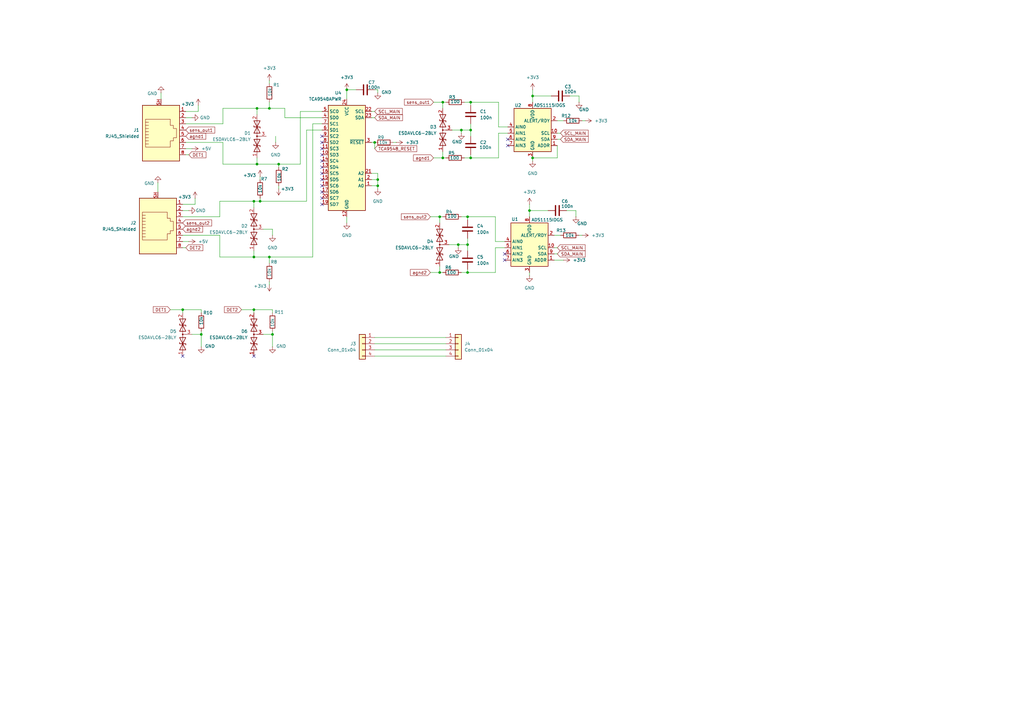
<source format=kicad_sch>
(kicad_sch (version 20250114) (generator "eeschema") (generator_version "9.0")
  (paper "A3")
  (lib_symbols
    (symbol "Analog_ADC:ADS1115IDGS"
      (property "Reference" "U" (at 2.54 13.97 0))
      (property "Value" "ADS1115IDGS" (at 7.62 11.43 0))
      (symbol "ADS1115IDGS_0_1"
        (rectangle (start -7.62 10.16) (end 7.62 -7.62) (stroke (width 0.254)) (fill (type background)))
      )
      (symbol "ADS1115IDGS_1_1"
        (pin input line (at -10.16 2.54 0) (length 2.54) (name "AIN0") (number "4"))
        (pin input line (at -10.16 0 0) (length 2.54) (name "AIN1") (number "5"))
        (pin input line (at -10.16 -2.54 0) (length 2.54) (name "AIN2") (number "6"))
        (pin input line (at -10.16 -5.08 0) (length 2.54) (name "AIN3") (number "7"))
        (pin power_in line (at 0 12.7 270) (length 2.54) (name "VDD") (number "8"))
        (pin power_in line (at 0 -10.16 90) (length 2.54) (name "GND") (number "3"))
        (pin output line (at 10.16 5.08 180) (length 2.54) (name "ALERT/RDY") (number "2"))
        (pin input line (at 10.16 0 180) (length 2.54) (name "SCL") (number "10"))
        (pin bidirectional line (at 10.16 -2.54 180) (length 2.54) (name "SDA") (number "9"))
        (pin input line (at 10.16 -5.08 180) (length 2.54) (name "ADDR") (number "1"))
      )
    )
    (symbol "Connector:RJ45_Shielded" (pin_names (offset 1.016))
      (property "Reference" "J" (at -5.08 13.97 0))
      (property "Value" "RJ45_Shielded" (at 2.54 13.97 0))
      (symbol "RJ45_Shielded_0_1"
        (polyline (pts (xy -6.35 1.905) (xy -5.08 1.905) (xy -5.08 1.905)))
        (polyline (pts (xy -6.35 0.635) (xy -5.08 0.635) (xy -5.08 0.635)))
        (polyline (pts (xy -6.35 -0.635) (xy -5.08 -0.635) (xy -5.08 -0.635)))
        (polyline (pts (xy -6.35 -1.905) (xy -5.08 -1.905) (xy -5.08 -1.905)))
        (polyline (pts (xy -6.35 -3.175) (xy -5.08 -3.175) (xy -5.08 -3.175)))
        (polyline (pts (xy -6.35 -4.445) (xy -6.35 6.985) (xy 3.81 6.985) (xy 3.81 4.445) (xy 5.08 4.445) (xy 5.08 3.175) (xy 6.35 3.175) (xy 6.35 -0.635) (xy 5.08 -0.635) (xy 5.08 -1.905) (xy 3.81 -1.905) (xy 3.81 -4.445) (xy -6.35 -4.445) (xy -6.35 -4.445)))
        (polyline (pts (xy -5.08 5.715) (xy -6.35 5.715)))
        (polyline (pts (xy -5.08 4.445) (xy -6.35 4.445)))
        (polyline (pts (xy -5.08 3.175) (xy -6.35 3.175) (xy -6.35 3.175)))
        (rectangle (start 7.62 12.7) (end -7.62 -10.16) (stroke (width 0.254)) (fill (type background)))
      )
      (symbol "RJ45_Shielded_1_1"
        (pin passive line (at 0 -12.7 90) (length 2.54) (name "~") (number "SH"))
        (pin passive line (at 10.16 10.16 180) (length 2.54) (name "~") (number "8"))
        (pin passive line (at 10.16 7.62 180) (length 2.54) (name "~") (number "7"))
        (pin passive line (at 10.16 5.08 180) (length 2.54) (name "~") (number "6"))
        (pin passive line (at 10.16 2.54 180) (length 2.54) (name "~") (number "5"))
        (pin passive line (at 10.16 0 180) (length 2.54) (name "~") (number "4"))
        (pin passive line (at 10.16 -2.54 180) (length 2.54) (name "~") (number "3"))
        (pin passive line (at 10.16 -5.08 180) (length 2.54) (name "~") (number "2"))
        (pin passive line (at 10.16 -7.62 180) (length 2.54) (name "~") (number "1"))
      )
    )
    (symbol "Connector_Generic:Conn_01x04" (pin_names (offset 1.016) (hide yes))
      (property "Reference" "J" (at 0 5.08 0))
      (property "Value" "Conn_01x04" (at 0 -7.62 0))
      (symbol "Conn_01x04_1_1"
        (rectangle (start -1.27 3.81) (end 1.27 -6.35) (stroke (width 0.254)) (fill (type background)))
        (rectangle (start -1.27 2.667) (end 0 2.413) (stroke (width 0.1524)))
        (rectangle (start -1.27 0.127) (end 0 -0.127) (stroke (width 0.1524)))
        (rectangle (start -1.27 -2.413) (end 0 -2.667) (stroke (width 0.1524)))
        (rectangle (start -1.27 -4.953) (end 0 -5.207) (stroke (width 0.1524)))
        (pin passive line (at -5.08 2.54 0) (length 3.81) (name "Pin_1") (number "1"))
        (pin passive line (at -5.08 0 0) (length 3.81) (name "Pin_2") (number "2"))
        (pin passive line (at -5.08 -2.54 0) (length 3.81) (name "Pin_3") (number "3"))
        (pin passive line (at -5.08 -5.08 0) (length 3.81) (name "Pin_4") (number "4"))
      )
    )
    (symbol "Device:C" (pin_numbers (hide yes)) (pin_names (offset 0.254))
      (property "Reference" "C" (at 0.635 2.54 0))
      (property "Value" "C" (at 0.635 -2.54 0))
      (symbol "C_0_1"
        (polyline (pts (xy -2.032 0.762) (xy 2.032 0.762)) (stroke (width 0.508)))
        (polyline (pts (xy -2.032 -0.762) (xy 2.032 -0.762)) (stroke (width 0.508)))
      )
      (symbol "C_1_1"
        (pin passive line (at 0 3.81 270) (length 2.794) (name "~") (number "1"))
        (pin passive line (at 0 -3.81 90) (length 2.794) (name "~") (number "2"))
      )
    )
    (symbol "Device:R" (pin_numbers (hide yes)) (pin_names (offset 0))
      (property "Reference" "R" (at 2.032 0 90))
      (property "Value" "R" (at 0 0 90))
      (symbol "R_0_1"
        (rectangle (start -1.016 -2.54) (end 1.016 2.54) (stroke (width 0.254)))
      )
      (symbol "R_1_1"
        (pin passive line (at 0 3.81 270) (length 1.27) (name "~") (number "1"))
        (pin passive line (at 0 -3.81 90) (length 1.27) (name "~") (number "2"))
      )
    )
    (symbol "Interface_Expansion:TCA9548APWR"
      (property "Reference" "U" (at -7.62 21.59 0))
      (property "Value" "TCA9548APWR" (at 1.016 21.59 0))
      (symbol "TCA9548APWR_0_1"
        (rectangle (start -7.62 20.32) (end 7.62 -22.86) (stroke (width 0.254)) (fill (type background)))
      )
      (symbol "TCA9548APWR_1_1"
        (pin input line (at -10.16 17.78 0) (length 2.54) (name "SCL") (number "22"))
        (pin bidirectional line (at -10.16 15.24 0) (length 2.54) (name "SDA") (number "23"))
        (pin input line (at -10.16 5.08 0) (length 2.54) (name "~{RESET}") (number "3"))
        (pin input line (at -10.16 -7.62 0) (length 2.54) (name "A2") (number "21"))
        (pin input line (at -10.16 -10.16 0) (length 2.54) (name "A1") (number "2"))
        (pin input line (at -10.16 -12.7 0) (length 2.54) (name "A0") (number "1"))
        (pin power_in line (at 0 22.86 270) (length 2.54) (name "VCC") (number "24"))
        (pin power_in line (at 0 -25.4 90) (length 2.54) (name "GND") (number "12"))
        (pin output line (at 10.16 17.78 180) (length 2.54) (name "SC0") (number "5"))
        (pin bidirectional line (at 10.16 15.24 180) (length 2.54) (name "SD0") (number "4"))
        (pin output line (at 10.16 12.7 180) (length 2.54) (name "SC1") (number "7"))
        (pin bidirectional line (at 10.16 10.16 180) (length 2.54) (name "SD1") (number "6"))
        (pin output line (at 10.16 7.62 180) (length 2.54) (name "SC2") (number "9"))
        (pin bidirectional line (at 10.16 5.08 180) (length 2.54) (name "SD2") (number "8"))
        (pin output line (at 10.16 2.54 180) (length 2.54) (name "SC3") (number "11"))
        (pin bidirectional line (at 10.16 0 180) (length 2.54) (name "SD3") (number "10"))
        (pin output line (at 10.16 -2.54 180) (length 2.54) (name "SC4") (number "14"))
        (pin bidirectional line (at 10.16 -5.08 180) (length 2.54) (name "SD4") (number "13"))
        (pin output line (at 10.16 -7.62 180) (length 2.54) (name "SC5") (number "16"))
        (pin bidirectional line (at 10.16 -10.16 180) (length 2.54) (name "SD5") (number "15"))
        (pin output line (at 10.16 -12.7 180) (length 2.54) (name "SC6") (number "18"))
        (pin bidirectional line (at 10.16 -15.24 180) (length 2.54) (name "SD6") (number "17"))
        (pin output line (at 10.16 -17.78 180) (length 2.54) (name "SC7") (number "20"))
        (pin bidirectional line (at 10.16 -20.32 180) (length 2.54) (name "SD7") (number "19"))
      )
    )
    (symbol "lb3th:ESDAVLC6-2BLY" (pin_names (offset 1.016) (hide yes))
      (property "Reference" "D1" (at 1.2701 2.54 90))
      (property "Value" "ESDAVLC6-2BLY" (at -1.2699 2.54 90))
      (symbol "ESDAVLC6-2BLY_0_0"
        (polyline (pts (xy 0 -1.27) (xy 0 0)))
      )
      (symbol "ESDAVLC6-2BLY_0_1"
        (polyline (pts (xy -6.35 1.27) (xy -1.27 -1.27) (xy -1.27 1.27) (xy -6.35 -1.27) (xy -6.35 1.27)) (stroke (width 0.254)))
        (polyline (pts (xy -6.35 0) (xy 6.35 0)))
        (polyline (pts (xy -3.302 1.27) (xy -3.81 1.27) (xy -3.81 -1.27) (xy -4.318 -1.27)) (stroke (width 0.254)))
        (circle (center 0 0) (radius 0.254) (fill (type outline)))
        (polyline (pts (xy 4.318 1.27) (xy 3.81 1.27) (xy 3.81 -1.27) (xy 3.302 -1.27)) (stroke (width 0.254)))
        (polyline (pts (xy 6.35 1.27) (xy 1.27 -1.27) (xy 1.27 1.27) (xy 6.35 -1.27) (xy 6.35 1.27)) (stroke (width 0.254)))
      )
      (symbol "ESDAVLC6-2BLY_1_1"
        (pin passive line (at -8.89 0 0) (length 2.54) (name "A1") (number "1"))
        (pin passive line (at 0 -3.81 90) (length 2.54) (name "common") (number "3"))
        (pin passive line (at 8.89 0 180) (length 2.54) (name "A2") (number "2"))
      )
    )
    (symbol "power:+3V3" (power) (pin_numbers (hide yes)) (pin_names (offset 0) (hide yes))
      (property "Value" "+3V3" (at 0 3.556 0))
      (symbol "+3V3_0_1"
        (polyline (pts (xy -0.762 1.27) (xy 0 2.54)))
        (polyline (pts (xy 0 2.54) (xy 0.762 1.27)))
        (polyline (pts (xy 0 0) (xy 0 2.54)))
      )
      (symbol "+3V3_1_1"
        (pin power_in line (at 0 0 90) (length 0) (name "~") (number "1"))
      )
    )
    (symbol "power:+5V" (power) (pin_numbers (hide yes)) (pin_names (offset 0) (hide yes))
      (property "Value" "+5V" (at 0 3.556 0))
      (symbol "+5V_0_1"
        (polyline (pts (xy -0.762 1.27) (xy 0 2.54)))
        (polyline (pts (xy 0 2.54) (xy 0.762 1.27)))
        (polyline (pts (xy 0 0) (xy 0 2.54)))
      )
      (symbol "+5V_1_1"
        (pin power_in line (at 0 0 90) (length 0) (name "~") (number "1"))
      )
    )
    (symbol "power:GND" (power) (pin_numbers (hide yes)) (pin_names (offset 0) (hide yes))
      (property "Value" "GND" (at 0 -3.81 0))
      (symbol "GND_0_1"
        (polyline (pts (xy 0 0) (xy 0 -1.27) (xy 1.27 -1.27) (xy 0 -2.54) (xy -1.27 -1.27) (xy 0 -1.27)))
      )
      (symbol "GND_1_1"
        (pin power_in line (at 0 0 270) (length 0) (name "~") (number "1"))
      )
    )
  )
  (junction (at 82.55 137.16))
  (junction (at 187.96 100.33))
  (junction (at 154.94 73.66))
  (junction (at 104.14 127))
  (junction (at 74.93 127))
  (junction (at 218.44 39.37))
  (junction (at 193.04 53.34))
  (junction (at 142.24 36.83))
  (junction (at 193.04 41.91))
  (junction (at 191.77 100.33))
  (junction (at 106.68 82.55))
  (junction (at 110.49 44.45))
  (junction (at 193.04 64.77))
  (junction (at 154.94 76.2))
  (junction (at 191.77 88.9))
  (junction (at 180.34 111.76))
  (junction (at 111.76 137.16))
  (junction (at 217.17 86.36))
  (junction (at 153.67 58.42))
  (junction (at 181.61 64.77))
  (junction (at 105.41 67.31))
  (junction (at 104.14 105.41))
  (junction (at 191.77 111.76))
  (junction (at 180.34 88.9))
  (junction (at 114.3 67.31))
  (junction (at 104.14 82.55))
  (junction (at 189.23 53.34))
  (junction (at 105.41 44.45))
  (junction (at 218.44 64.77))
  (junction (at 181.61 41.91))
  (junction (at 110.49 105.41))
  (no_connect (at 132.08 73.66))
  (no_connect (at 132.08 66.04))
  (no_connect (at 132.08 63.5))
  (no_connect (at 74.93 146.05))
  (no_connect (at 132.08 71.12))
  (no_connect (at 132.08 60.96))
  (no_connect (at 132.08 58.42))
  (no_connect (at 132.08 78.74))
  (no_connect (at 132.08 81.28))
  (no_connect (at 132.08 76.2))
  (no_connect (at 132.08 55.88))
  (no_connect (at 208.28 59.69))
  (no_connect (at 207.01 106.68))
  (no_connect (at 104.14 146.05))
  (no_connect (at 208.28 57.15))
  (no_connect (at 207.01 104.14))
  (no_connect (at 132.08 83.82))
  (no_connect (at 132.08 68.58))
  (wire (pts (xy 203.2 88.9) (xy 203.2 99.06)))
  (wire (pts (xy 193.04 63.5) (xy 193.04 64.77)))
  (wire (pts (xy 111.76 128.27) (xy 111.76 127)))
  (wire (pts (xy 204.47 41.91) (xy 204.47 52.07)))
  (wire (pts (xy 181.61 41.91) (xy 182.88 41.91)))
  (wire (pts (xy 182.88 64.77) (xy 181.61 64.77)))
  (wire (pts (xy 236.22 86.36) (xy 236.22 88.9)))
  (wire (pts (xy 105.41 67.31) (xy 114.3 67.31)))
  (wire (pts (xy 80.01 83.82) (xy 74.93 83.82)))
  (wire (pts (xy 110.49 105.41) (xy 128.27 105.41)))
  (wire (pts (xy 152.4 45.72) (xy 153.67 45.72)))
  (wire (pts (xy 110.49 115.57) (xy 110.49 116.84)))
  (wire (pts (xy 228.6 49.53) (xy 231.14 49.53)))
  (wire (pts (xy 228.6 59.69) (xy 228.6 64.77)))
  (wire (pts (xy 76.2 60.96) (xy 78.74 60.96)))
  (wire (pts (xy 152.4 48.26) (xy 153.67 48.26)))
  (wire (pts (xy 203.2 99.06) (xy 207.01 99.06)))
  (wire (pts (xy 232.41 86.36) (xy 236.22 86.36)))
  (wire (pts (xy 189.23 53.34) (xy 189.23 54.61)))
  (wire (pts (xy 193.04 53.34) (xy 193.04 55.88)))
  (wire (pts (xy 106.68 82.55) (xy 125.73 82.55)))
  (wire (pts (xy 74.93 99.06) (xy 77.47 99.06)))
  (wire (pts (xy 154.94 73.66) (xy 154.94 71.12)))
  (wire (pts (xy 82.55 137.16) (xy 82.55 142.24)))
  (wire (pts (xy 81.28 43.18) (xy 81.28 45.72)))
  (wire (pts (xy 153.67 140.97) (xy 182.88 140.97)))
  (wire (pts (xy 104.14 102.87) (xy 104.14 105.41)))
  (wire (pts (xy 193.04 41.91) (xy 204.47 41.91)))
  (wire (pts (xy 104.14 82.55) (xy 104.14 85.09)))
  (wire (pts (xy 153.67 143.51) (xy 182.88 143.51)))
  (wire (pts (xy 104.14 82.55) (xy 106.68 82.55)))
  (wire (pts (xy 82.55 128.27) (xy 82.55 127)))
  (wire (pts (xy 152.4 76.2) (xy 154.94 76.2)))
  (wire (pts (xy 237.49 96.52) (xy 238.76 96.52)))
  (wire (pts (xy 110.49 33.02) (xy 110.49 34.29)))
  (wire (pts (xy 193.04 64.77) (xy 204.47 64.77)))
  (wire (pts (xy 189.23 111.76) (xy 191.77 111.76)))
  (wire (pts (xy 152.4 58.42) (xy 153.67 58.42)))
  (wire (pts (xy 187.96 100.33) (xy 191.77 100.33)))
  (wire (pts (xy 114.3 67.31) (xy 114.3 68.58)))
  (wire (pts (xy 153.67 138.43) (xy 182.88 138.43)))
  (wire (pts (xy 132.08 45.72) (xy 123.19 45.72)))
  (wire (pts (xy 116.84 48.26) (xy 116.84 44.45)))
  (wire (pts (xy 74.93 127) (xy 74.93 128.27)))
  (wire (pts (xy 191.77 100.33) (xy 191.77 102.87)))
  (wire (pts (xy 193.04 41.91) (xy 193.04 43.18)))
  (wire (pts (xy 142.24 36.83) (xy 146.05 36.83)))
  (wire (pts (xy 152.4 73.66) (xy 154.94 73.66)))
  (wire (pts (xy 106.68 72.39) (xy 106.68 73.66)))
  (wire (pts (xy 91.44 44.45) (xy 105.41 44.45)))
  (wire (pts (xy 204.47 54.61) (xy 208.28 54.61)))
  (wire (pts (xy 110.49 105.41) (xy 110.49 107.95)))
  (wire (pts (xy 132.08 50.8) (xy 128.27 50.8)))
  (wire (pts (xy 153.67 36.83) (xy 154.94 36.83)))
  (wire (pts (xy 191.77 97.79) (xy 191.77 100.33)))
  (wire (pts (xy 190.5 41.91) (xy 193.04 41.91)))
  (wire (pts (xy 74.93 88.9) (xy 90.17 88.9)))
  (wire (pts (xy 125.73 53.34) (xy 125.73 82.55)))
  (wire (pts (xy 180.34 91.44) (xy 180.34 88.9)))
  (wire (pts (xy 142.24 88.9) (xy 142.24 91.44)))
  (wire (pts (xy 76.2 63.5) (xy 77.47 63.5)))
  (wire (pts (xy 105.41 44.45) (xy 105.41 46.99)))
  (wire (pts (xy 111.76 137.16) (xy 107.95 137.16)))
  (wire (pts (xy 90.17 88.9) (xy 90.17 82.55)))
  (wire (pts (xy 76.2 48.26) (xy 78.74 48.26)))
  (wire (pts (xy 184.15 100.33) (xy 187.96 100.33)))
  (wire (pts (xy 185.42 53.34) (xy 189.23 53.34)))
  (wire (pts (xy 113.03 55.88) (xy 113.03 58.42)))
  (wire (pts (xy 80.01 81.28) (xy 80.01 83.82)))
  (wire (pts (xy 90.17 105.41) (xy 104.14 105.41)))
  (wire (pts (xy 177.8 64.77) (xy 181.61 64.77)))
  (wire (pts (xy 104.14 105.41) (xy 110.49 105.41)))
  (wire (pts (xy 111.76 127) (xy 104.14 127)))
  (wire (pts (xy 189.23 88.9) (xy 191.77 88.9)))
  (wire (pts (xy 132.08 53.34) (xy 125.73 53.34)))
  (wire (pts (xy 105.41 64.77) (xy 105.41 67.31)))
  (wire (pts (xy 217.17 86.36) (xy 224.79 86.36)))
  (wire (pts (xy 189.23 53.34) (xy 193.04 53.34)))
  (wire (pts (xy 227.33 101.6) (xy 228.6 101.6)))
  (wire (pts (xy 218.44 36.83) (xy 218.44 39.37)))
  (wire (pts (xy 228.6 57.15) (xy 229.87 57.15)))
  (wire (pts (xy 99.06 127) (xy 104.14 127)))
  (wire (pts (xy 228.6 64.77) (xy 218.44 64.77)))
  (wire (pts (xy 227.33 96.52) (xy 229.87 96.52)))
  (wire (pts (xy 154.94 76.2) (xy 154.94 73.66)))
  (wire (pts (xy 69.85 127) (xy 74.93 127)))
  (wire (pts (xy 123.19 45.72) (xy 123.19 67.31)))
  (wire (pts (xy 181.61 64.77) (xy 181.61 62.23)))
  (wire (pts (xy 153.67 146.05) (xy 182.88 146.05)))
  (wire (pts (xy 161.29 58.42) (xy 162.56 58.42)))
  (wire (pts (xy 91.44 67.31) (xy 105.41 67.31)))
  (wire (pts (xy 218.44 39.37) (xy 226.06 39.37)))
  (wire (pts (xy 233.68 39.37) (xy 237.49 39.37)))
  (wire (pts (xy 111.76 137.16) (xy 111.76 142.24)))
  (wire (pts (xy 132.08 48.26) (xy 116.84 48.26)))
  (wire (pts (xy 191.77 110.49) (xy 191.77 111.76)))
  (wire (pts (xy 91.44 58.42) (xy 91.44 67.31)))
  (wire (pts (xy 76.2 50.8) (xy 91.44 50.8)))
  (wire (pts (xy 154.94 71.12) (xy 152.4 71.12)))
  (wire (pts (xy 191.77 111.76) (xy 203.2 111.76)))
  (wire (pts (xy 107.95 93.98) (xy 111.76 93.98)))
  (wire (pts (xy 74.93 101.6) (xy 76.2 101.6)))
  (wire (pts (xy 111.76 135.89) (xy 111.76 137.16)))
  (wire (pts (xy 203.2 111.76) (xy 203.2 101.6)))
  (wire (pts (xy 128.27 50.8) (xy 128.27 105.41)))
  (wire (pts (xy 238.76 49.53) (xy 240.03 49.53)))
  (wire (pts (xy 154.94 77.47) (xy 154.94 76.2)))
  (wire (pts (xy 187.96 100.33) (xy 187.96 101.6)))
  (wire (pts (xy 106.68 81.28) (xy 106.68 82.55)))
  (wire (pts (xy 176.53 88.9) (xy 180.34 88.9)))
  (wire (pts (xy 180.34 111.76) (xy 180.34 109.22)))
  (wire (pts (xy 191.77 88.9) (xy 203.2 88.9)))
  (wire (pts (xy 154.94 36.83) (xy 154.94 38.1)))
  (wire (pts (xy 111.76 93.98) (xy 111.76 96.52)))
  (wire (pts (xy 90.17 82.55) (xy 104.14 82.55)))
  (wire (pts (xy 74.93 86.36) (xy 77.47 86.36)))
  (wire (pts (xy 110.49 44.45) (xy 116.84 44.45)))
  (wire (pts (xy 82.55 135.89) (xy 82.55 137.16)))
  (wire (pts (xy 227.33 106.68) (xy 231.14 106.68)))
  (wire (pts (xy 114.3 67.31) (xy 123.19 67.31)))
  (wire (pts (xy 237.49 39.37) (xy 237.49 41.91)))
  (wire (pts (xy 181.61 44.45) (xy 181.61 41.91)))
  (wire (pts (xy 227.33 104.14) (xy 228.6 104.14)))
  (wire (pts (xy 104.14 127) (xy 104.14 128.27)))
  (wire (pts (xy 228.6 54.61) (xy 229.87 54.61)))
  (wire (pts (xy 204.47 64.77) (xy 204.47 54.61)))
  (wire (pts (xy 91.44 50.8) (xy 91.44 44.45)))
  (wire (pts (xy 190.5 64.77) (xy 193.04 64.77)))
  (wire (pts (xy 82.55 137.16) (xy 78.74 137.16)))
  (wire (pts (xy 64.77 74.93) (xy 64.77 78.74)))
  (wire (pts (xy 193.04 50.8) (xy 193.04 53.34)))
  (wire (pts (xy 204.47 52.07) (xy 208.28 52.07)))
  (wire (pts (xy 218.44 39.37) (xy 218.44 41.91)))
  (wire (pts (xy 82.55 127) (xy 74.93 127)))
  (wire (pts (xy 218.44 64.77) (xy 218.44 66.04)))
  (wire (pts (xy 181.61 111.76) (xy 180.34 111.76)))
  (wire (pts (xy 176.53 111.76) (xy 180.34 111.76)))
  (wire (pts (xy 217.17 86.36) (xy 217.17 88.9)))
  (wire (pts (xy 191.77 88.9) (xy 191.77 90.17)))
  (wire (pts (xy 114.3 76.2) (xy 114.3 77.47)))
  (wire (pts (xy 105.41 44.45) (xy 110.49 44.45)))
  (wire (pts (xy 76.2 45.72) (xy 81.28 45.72)))
  (wire (pts (xy 180.34 88.9) (xy 181.61 88.9)))
  (wire (pts (xy 217.17 83.82) (xy 217.17 86.36)))
  (wire (pts (xy 177.8 41.91) (xy 181.61 41.91)))
  (wire (pts (xy 142.24 36.83) (xy 142.24 40.64)))
  (wire (pts (xy 110.49 41.91) (xy 110.49 44.45)))
  (wire (pts (xy 76.2 58.42) (xy 91.44 58.42)))
  (wire (pts (xy 66.04 38.1) (xy 66.04 40.64)))
  (wire (pts (xy 217.17 111.76) (xy 217.17 113.03)))
  (wire (pts (xy 203.2 101.6) (xy 207.01 101.6)))
  (wire (pts (xy 74.93 96.52) (xy 90.17 96.52)))
  (wire (pts (xy 153.67 58.42) (xy 153.67 60.96)))
  (wire (pts (xy 90.17 96.52) (xy 90.17 105.41)))
  (global_label "SCL_MAIN" (shape input) (at 153.67 45.72 0) (property "Intersheetrefs" "${INTERSHEET_REFS}" (effects (hide yes))))
  (global_label "sens_out1" (shape input) (at 177.8 41.91 180) (property "Intersheetrefs" "${INTERSHEET_REFS}" (effects (hide yes))))
  (global_label "agnd2" (shape input) (at 176.53 111.76 180) (property "Intersheetrefs" "${INTERSHEET_REFS}" (effects (hide yes))))
  (global_label "SCL_MAIN" (shape input) (at 229.87 54.61 0) (property "Intersheetrefs" "${INTERSHEET_REFS}" (effects (hide yes))))
  (global_label "agnd1" (shape input) (at 76.2 55.88 0) (property "Intersheetrefs" "${INTERSHEET_REFS}" (effects (hide yes))))
  (global_label "SDA_MAIN" (shape input) (at 229.87 57.15 0) (property "Intersheetrefs" "${INTERSHEET_REFS}" (effects (hide yes))))
  (global_label "DET1" (shape input) (at 69.85 127 180) (property "Intersheetrefs" "${INTERSHEET_REFS}" (effects (hide yes))))
  (global_label "sens_out1" (shape input) (at 76.2 53.34 0) (property "Intersheetrefs" "${INTERSHEET_REFS}" (effects (hide yes))))
  (global_label "SCL_MAIN" (shape input) (at 228.6 101.6 0) (property "Intersheetrefs" "${INTERSHEET_REFS}" (effects (hide yes))))
  (global_label "agnd1" (shape input) (at 177.8 64.77 180) (property "Intersheetrefs" "${INTERSHEET_REFS}" (effects (hide yes))))
  (global_label "TCA9548_RESET" (shape input) (at 153.67 60.96 0) (property "Intersheetrefs" "${INTERSHEET_REFS}" (effects (hide yes))))
  (global_label "SDA_MAIN" (shape input) (at 228.6 104.14 0) (property "Intersheetrefs" "${INTERSHEET_REFS}" (effects (hide yes))))
  (global_label "sens_out2" (shape input) (at 74.93 91.44 0) (property "Intersheetrefs" "${INTERSHEET_REFS}" (effects (hide yes))))
  (global_label "sens_out2" (shape input) (at 176.53 88.9 180) (property "Intersheetrefs" "${INTERSHEET_REFS}" (effects (hide yes))))
  (global_label "DET2" (shape input) (at 99.06 127 180) (property "Intersheetrefs" "${INTERSHEET_REFS}" (effects (hide yes))))
  (global_label "DET1" (shape input) (at 77.47 63.5 0) (property "Intersheetrefs" "${INTERSHEET_REFS}" (effects (hide yes))))
  (global_label "SDA_MAIN" (shape input) (at 153.67 48.26 0) (property "Intersheetrefs" "${INTERSHEET_REFS}" (effects (hide yes))))
  (global_label "agnd2" (shape input) (at 74.93 93.98 0) (property "Intersheetrefs" "${INTERSHEET_REFS}" (effects (hide yes))))
  (global_label "DET2" (shape input) (at 76.2 101.6 0) (property "Intersheetrefs" "${INTERSHEET_REFS}" (effects (hide yes))))
  (symbol (lib_id "power:GND") (at 218.44 66.04 0) (unit 1)
    (property "Reference" "#PWR05" (effects (hide yes)))
    (property "Value" "GND" (at 218.44 71.12 0))
    (property "Description" "Power symbol creates a global label with name \"GND\" , ground" (effects (hide yes)))
  )
  (symbol (lib_id "power:GND") (at 142.24 91.44 0) (unit 1)
    (property "Reference" "#PWR021" (effects (hide yes)))
    (property "Value" "GND" (at 142.24 96.52 0))
    (property "Description" "Power symbol creates a global label with name \"GND\" , ground" (effects (hide yes)))
  )
  (symbol (lib_id "power:+3V3") (at 110.49 33.02 0) (unit 1)
    (property "Reference" "#PWR02" (effects (hide yes)))
    (property "Value" "+3V3" (at 110.49 27.94 0))
    (property "Description" "Power symbol creates a global label with name \"+3V3\"" (effects (hide yes)))
  )
  (symbol (lib_id "power:GND") (at 113.03 58.42 0) (unit 1)
    (property "Reference" "#PWR01" (effects (hide yes)))
    (property "Value" "GND" (at 113.03 63.5 0))
    (property "Description" "Power symbol creates a global label with name \"GND\" , ground" (effects (hide yes)))
  )
  (symbol (lib_id "power:+3V3") (at 217.17 83.82 0) (unit 1)
    (property "Reference" "#PWR09" (effects (hide yes)))
    (property "Value" "+3V3" (at 217.17 78.74 0))
    (property "Description" "Power symbol creates a global label with name \"+3V3\"" (effects (hide yes)))
  )
  (symbol (lib_id "Device:R") (at 106.68 77.47 180) (unit 1)
    (property "Reference" "R7" (at 106.934 73.406 0) (effects (justify right)))
    (property "Value" "10k" (at 106.68 79.248 90) (effects (justify right)))
    (property "Footprint" "Resistor_SMD:R_0805_2012Metric" (effects (hide yes)))
    (property "Description" "Resistor" (effects (hide yes)))
  )
  (symbol (lib_id "power:GND") (at 82.55 142.24 0) (unit 1)
    (property "Reference" "#PWR028" (effects (hide yes)))
    (property "Value" "GND" (at 86.106 141.986 0))
    (property "Description" "Power symbol creates a global label with name \"GND\" , ground" (effects (hide yes)))
  )
  (symbol (lib_id "power:+3V3") (at 218.44 36.83 0) (unit 1)
    (property "Reference" "#PWR06" (effects (hide yes)))
    (property "Value" "+3V3" (at 218.44 31.75 0))
    (property "Description" "Power symbol creates a global label with name \"+3V3\"" (effects (hide yes)))
  )
  (symbol (lib_id "Device:R") (at 157.48 58.42 90) (unit 1)
    (property "Reference" "R9" (at 156.21 56.388 90))
    (property "Value" "10k" (at 157.226 58.42 90))
    (property "Footprint" "Resistor_SMD:R_0805_2012Metric" (effects (hide yes)))
    (property "Description" "Resistor" (effects (hide yes)))
  )
  (symbol (lib_id "power:+3V3") (at 142.24 36.83 0) (unit 1)
    (property "Reference" "#PWR019" (effects (hide yes)))
    (property "Value" "+3V3" (at 142.24 31.75 0))
    (property "Description" "Power symbol creates a global label with name \"+3V3\"" (effects (hide yes)))
  )
  (symbol (lib_id "power:GND") (at 154.94 77.47 0) (unit 1)
    (property "Reference" "#PWR027" (effects (hide yes)))
    (property "Value" "GND" (at 154.94 82.55 0))
    (property "Description" "Power symbol creates a global label with name \"GND\" , ground" (effects (hide yes)))
  )
  (symbol (lib_id "power:+3V3") (at 238.76 96.52 270) (unit 1)
    (property "Reference" "#PWR031" (effects (hide yes)))
    (property "Value" "+3V3" (at 242.57 96.5199 90) (effects (justify left)))
    (property "Description" "Power symbol creates a global label with name \"+3V3\"" (effects (hide yes)))
  )
  (symbol (lib_id "Device:C") (at 193.04 46.99 180) (unit 1)
    (property "Reference" "C1" (at 196.85 45.7199 0) (effects (justify right)))
    (property "Value" "100n" (at 196.85 48.2599 0) (effects (justify right)))
    (property "Footprint" "Capacitor_SMD:C_0805_2012Metric" (effects (hide yes)))
    (property "Description" "Unpolarized capacitor" (effects (hide yes)))
  )
  (symbol (lib_id "power:GND") (at 154.94 38.1 0) (unit 1)
    (property "Reference" "#PWR020" (effects (hide yes)))
    (property "Value" "GND" (at 158.496 37.846 0))
    (property "Description" "Power symbol creates a global label with name \"GND\" , ground" (effects (hide yes)))
  )
  (symbol (lib_id "Device:R") (at 186.69 41.91 90) (unit 1)
    (property "Reference" "R3" (at 185.42 39.878 90))
    (property "Value" "100" (at 186.69 41.656 90))
    (property "Footprint" "Resistor_SMD:R_0805_2012Metric" (effects (hide yes)))
    (property "Description" "Resistor" (effects (hide yes)))
  )
  (symbol (lib_id "power:+3V3") (at 231.14 106.68 270) (unit 1)
    (property "Reference" "#PWR030" (effects (hide yes)))
    (property "Value" "+3V3" (at 234.95 106.6799 90) (effects (justify left)))
    (property "Description" "Power symbol creates a global label with name \"+3V3\"" (effects (hide yes)))
  )
  (symbol (lib_id "Device:R") (at 82.55 132.08 0) (unit 1)
    (property "Reference" "R10" (at 83.312 128.27 0) (effects (justify left)))
    (property "Value" "10k" (at 82.55 133.35 90) (effects (justify left)))
    (property "Footprint" "Resistor_SMD:R_0805_2012Metric" (effects (hide yes)))
    (property "Description" "Resistor" (effects (hide yes)))
  )
  (symbol (lib_id "Device:C") (at 149.86 36.83 90) (unit 1)
    (property "Reference" "C7" (at 152.4 33.782 90))
    (property "Value" "100n" (at 153.416 35.814 90))
    (property "Footprint" "Capacitor_SMD:C_0805_2012Metric" (effects (hide yes)))
    (property "Description" "Unpolarized capacitor" (effects (hide yes)))
  )
  (symbol (lib_id "power:GND") (at 111.76 142.24 0) (unit 1)
    (property "Reference" "#PWR029" (effects (hide yes)))
    (property "Value" "GND" (at 115.316 141.986 0))
    (property "Description" "Power symbol creates a global label with name \"GND\" , ground" (effects (hide yes)))
  )
  (symbol (lib_id "lb3th:ESDAVLC6-2BLY") (at 105.41 55.88 90) (unit 1)
    (property "Reference" "D1" (at 102.87 54.6099 90) (effects (justify left)))
    (property "Value" "ESDAVLC6-2BLY" (at 102.87 57.1499 90) (effects (justify left)))
    (property "Footprint" "Package_TO_SOT_SMD:TSOT-23" (effects (hide yes)))
    (property "Datasheet" "https://www.st.com/resource/en/datasheet/esdavlc6-2bly.pdf" (effects (hide yes)))
    (property "Description" "Bidirectional dual transient-voltage-suppression diode, center on pin 3" (effects (hide yes)))
  )
  (symbol (lib_id "Device:R") (at 185.42 111.76 90) (unit 1)
    (property "Reference" "R6" (at 183.896 109.728 90))
    (property "Value" "100" (at 185.166 111.76 90))
    (property "Footprint" "Resistor_SMD:R_0805_2012Metric" (effects (hide yes)))
    (property "Description" "Resistor" (effects (hide yes)))
  )
  (symbol (lib_id "power:GND") (at 66.04 38.1 180) (unit 1)
    (property "Reference" "#PWR024" (effects (hide yes)))
    (property "Value" "GND" (at 62.484 38.354 0))
    (property "Description" "Power symbol creates a global label with name \"GND\" , ground" (effects (hide yes)))
  )
  (symbol (lib_id "Connector_Generic:Conn_01x04") (at 187.96 140.97 0) (unit 1)
    (property "Reference" "J4" (at 190.5 140.9699 0) (effects (justify left)))
    (property "Value" "Conn_01x04" (at 190.5 143.5099 0) (effects (justify left)))
    (property "Description" "Generic connector, single row, 01x04, script generated (kicad-library-utils/schlib/autogen/connector/)" (effects (hide yes)))
  )
  (symbol (lib_id "Device:C") (at 191.77 93.98 180) (unit 1)
    (property "Reference" "C4" (at 195.58 92.7099 0) (effects (justify right)))
    (property "Value" "100n" (at 195.58 95.2499 0) (effects (justify right)))
    (property "Footprint" "Capacitor_SMD:C_0805_2012Metric" (effects (hide yes)))
    (property "Description" "Unpolarized capacitor" (effects (hide yes)))
  )
  (symbol (lib_id "Device:C") (at 191.77 106.68 180) (unit 1)
    (property "Reference" "C5" (at 195.58 105.4099 0) (effects (justify right)))
    (property "Value" "100n" (at 195.58 107.9499 0) (effects (justify right)))
    (property "Footprint" "Capacitor_SMD:C_0805_2012Metric" (effects (hide yes)))
    (property "Description" "Unpolarized capacitor" (effects (hide yes)))
  )
  (symbol (lib_id "power:+3V3") (at 110.49 116.84 180) (unit 1)
    (property "Reference" "#PWR014" (effects (hide yes)))
    (property "Value" "+3V3" (at 106.68 117.348 0))
    (property "Description" "Power symbol creates a global label with name \"+3V3\"" (effects (hide yes)))
  )
  (symbol (lib_id "Analog_ADC:ADS1115IDGS") (at 217.17 101.6 0) (unit 1)
    (property "Reference" "U1" (at 209.804 89.916 0) (effects (justify left)))
    (property "Value" "ADS1115IDGS" (at 217.932 90.17 0) (effects (justify left)))
    (property "Footprint" "Package_SO:TSSOP-10_3x3mm_P0.5mm" (effects (hide yes)))
    (property "Datasheet" "http://www.ti.com/lit/ds/symlink/ads1113.pdf" (effects (hide yes)))
    (property "Description" "Ultra-Small, Low-Power, I2C-Compatible, 860-SPS, 16-Bit ADCs With Internal Reference, Oscillator, and Programmable Comparator, VSSOP-10" (effects (hide yes)))
  )
  (symbol (lib_id "Device:R") (at 114.3 72.39 180) (unit 1)
    (property "Reference" "R2" (at 115.57 69.342 0) (effects (justify right)))
    (property "Value" "10k" (at 114.554 74.422 90) (effects (justify right)))
    (property "Footprint" "Resistor_SMD:R_0805_2012Metric" (effects (hide yes)))
    (property "Description" "Resistor" (effects (hide yes)))
  )
  (symbol (lib_id "Interface_Expansion:TCA9548APWR") (at 142.24 63.5 0) (mirror y) (unit 1)
    (property "Reference" "U4" (at 140.0967 38.1 0) (effects (justify left)))
    (property "Value" "TCA9548APWR" (at 140.0967 40.64 0) (effects (justify left)))
    (property "Footprint" "Package_SO:TSSOP-24_4.4x7.8mm_P0.65mm" (effects (hide yes)))
    (property "Datasheet" "http://www.ti.com/lit/ds/symlink/tca9548a.pdf" (effects (hide yes)))
    (property "Description" "Low voltage 8-channel I2C switch with reset, TSSOP-24" (effects (hide yes)))
  )
  (symbol (lib_id "power:GND") (at 64.77 74.93 180) (unit 1)
    (property "Reference" "#PWR025" (effects (hide yes)))
    (property "Value" "GND" (at 61.214 75.184 0))
    (property "Description" "Power symbol creates a global label with name \"GND\" , ground" (effects (hide yes)))
  )
  (symbol (lib_id "lb3th:ESDAVLC6-2BLY") (at 180.34 100.33 90) (unit 1)
    (property "Reference" "D4" (at 177.8 99.0599 90) (effects (justify left)))
    (property "Value" "ESDAVLC6-2BLY" (at 177.8 101.5999 90) (effects (justify left)))
    (property "Footprint" "Package_TO_SOT_SMD:TSOT-23" (effects (hide yes)))
    (property "Datasheet" "https://www.st.com/resource/en/datasheet/esdavlc6-2bly.pdf" (effects (hide yes)))
    (property "Description" "Bidirectional dual transient-voltage-suppression diode, center on pin 3" (effects (hide yes)))
  )
  (symbol (lib_id "Device:C") (at 228.6 86.36 90) (unit 1)
    (property "Reference" "C6" (at 231.648 82.55 90))
    (property "Value" "100n" (at 232.664 84.582 90))
    (property "Footprint" "Capacitor_SMD:C_0805_2012Metric" (effects (hide yes)))
    (property "Description" "Unpolarized capacitor" (effects (hide yes)))
  )
  (symbol (lib_id "Device:C") (at 229.87 39.37 90) (unit 1)
    (property "Reference" "C3" (at 232.918 35.56 90))
    (property "Value" "100n" (at 233.934 37.592 90))
    (property "Footprint" "Capacitor_SMD:C_0805_2012Metric" (effects (hide yes)))
    (property "Description" "Unpolarized capacitor" (effects (hide yes)))
  )
  (symbol (lib_id "power:+3V3") (at 106.68 72.39 0) (unit 1)
    (property "Reference" "#PWR013" (effects (hide yes)))
    (property "Value" "+3V3" (at 102.362 71.882 0))
    (property "Description" "Power symbol creates a global label with name \"+3V3\"" (effects (hide yes)))
  )
  (symbol (lib_id "power:+3V3") (at 80.01 81.28 0) (unit 1)
    (property "Reference" "#PWR016" (effects (hide yes)))
    (property "Value" "+3V3" (at 75.692 80.772 0))
    (property "Description" "Power symbol creates a global label with name \"+3V3\"" (effects (hide yes)))
  )
  (symbol (lib_id "power:+3V3") (at 240.03 49.53 270) (unit 1)
    (property "Reference" "#PWR032" (effects (hide yes)))
    (property "Value" "+3V3" (at 243.84 49.5299 90) (effects (justify left)))
    (property "Description" "Power symbol creates a global label with name \"+3V3\"" (effects (hide yes)))
  )
  (symbol (lib_id "power:+5V") (at 77.47 99.06 270) (unit 1)
    (property "Reference" "#PWR026" (effects (hide yes)))
    (property "Value" "+5V" (at 81.28 99.0599 90) (effects (justify left)))
    (property "Description" "Power symbol creates a global label with name \"+5V\"" (effects (hide yes)))
  )
  (symbol (lib_id "Connector_Generic:Conn_01x04") (at 148.59 140.97 0) (mirror y) (unit 1)
    (property "Reference" "J3" (at 146.05 140.9699 0) (effects (justify left)))
    (property "Value" "Conn_01x04" (at 146.05 143.5099 0) (effects (justify left)))
    (property "Description" "Generic connector, single row, 01x04, script generated (kicad-library-utils/schlib/autogen/connector/)" (effects (hide yes)))
  )
  (symbol (lib_id "Device:R") (at 186.69 64.77 90) (unit 1)
    (property "Reference" "R5" (at 185.166 62.738 90))
    (property "Value" "100" (at 186.436 64.77 90))
    (property "Footprint" "Resistor_SMD:R_0805_2012Metric" (effects (hide yes)))
    (property "Description" "Resistor" (effects (hide yes)))
  )
  (symbol (lib_id "power:GND") (at 77.47 86.36 90) (unit 1)
    (property "Reference" "#PWR022" (effects (hide yes)))
    (property "Value" "GND" (at 82.296 86.36 90))
    (property "Description" "Power symbol creates a global label with name \"GND\" , ground" (effects (hide yes)))
  )
  (symbol (lib_id "power:GND") (at 236.22 88.9 0) (unit 1)
    (property "Reference" "#PWR011" (effects (hide yes)))
    (property "Value" "GND" (at 238.76 91.694 0))
    (property "Description" "Power symbol creates a global label with name \"GND\" , ground" (effects (hide yes)))
  )
  (symbol (lib_id "lb3th:ESDAVLC6-2BLY") (at 74.93 137.16 90) (unit 1)
    (property "Reference" "D5" (at 72.39 135.8899 90) (effects (justify left)))
    (property "Value" "ESDAVLC6-2BLY" (at 72.39 138.4299 90) (effects (justify left)))
    (property "Footprint" "Package_TO_SOT_SMD:TSOT-23" (effects (hide yes)))
    (property "Datasheet" "https://www.st.com/resource/en/datasheet/esdavlc6-2bly.pdf" (effects (hide yes)))
    (property "Description" "Bidirectional dual transient-voltage-suppression diode, center on pin 3" (effects (hide yes)))
  )
  (symbol (lib_id "Device:R") (at 234.95 49.53 90) (unit 1)
    (property "Reference" "R12" (at 232.156 47.498 90))
    (property "Value" "10k" (at 234.95 49.53 90))
    (property "Footprint" "Resistor_SMD:R_0805_2012Metric" (effects (hide yes)))
    (property "Description" "Resistor" (effects (hide yes)))
  )
  (symbol (lib_id "power:GND") (at 217.17 113.03 0) (unit 1)
    (property "Reference" "#PWR010" (effects (hide yes)))
    (property "Value" "GND" (at 217.17 118.11 0))
    (property "Description" "Power symbol creates a global label with name \"GND\" , ground" (effects (hide yes)))
  )
  (symbol (lib_id "power:GND") (at 237.49 41.91 0) (unit 1)
    (property "Reference" "#PWR07" (effects (hide yes)))
    (property "Value" "GND" (at 239.522 44.958 0))
    (property "Description" "Power symbol creates a global label with name \"GND\" , ground" (effects (hide yes)))
  )
  (symbol (lib_id "power:GND") (at 187.96 101.6 0) (unit 1)
    (property "Reference" "#PWR08" (effects (hide yes)))
    (property "Value" "GND" (at 186.182 105.156 0))
    (property "Description" "Power symbol creates a global label with name \"GND\" , ground" (effects (hide yes)))
  )
  (symbol (lib_id "Device:R") (at 185.42 88.9 90) (unit 1)
    (property "Reference" "R4" (at 184.15 86.868 90))
    (property "Value" "100" (at 185.42 88.646 90))
    (property "Footprint" "Resistor_SMD:R_0805_2012Metric" (effects (hide yes)))
    (property "Description" "Resistor" (effects (hide yes)))
  )
  (symbol (lib_id "power:GND") (at 78.74 48.26 90) (unit 1)
    (property "Reference" "#PWR023" (effects (hide yes)))
    (property "Value" "GND" (at 84.074 48.26 90))
    (property "Description" "Power symbol creates a global label with name \"GND\" , ground" (effects (hide yes)))
  )
  (symbol (lib_id "lb3th:ESDAVLC6-2BLY") (at 181.61 53.34 90) (unit 1)
    (property "Reference" "D3" (at 179.07 52.0699 90) (effects (justify left)))
    (property "Value" "ESDAVLC6-2BLY" (at 179.07 54.6099 90) (effects (justify left)))
    (property "Footprint" "Package_TO_SOT_SMD:TSOT-23" (effects (hide yes)))
    (property "Datasheet" "https://www.st.com/resource/en/datasheet/esdavlc6-2bly.pdf" (effects (hide yes)))
    (property "Description" "Bidirectional dual transient-voltage-suppression diode, center on pin 3" (effects (hide yes)))
  )
  (symbol (lib_id "Analog_ADC:ADS1115IDGS") (at 218.44 54.61 0) (unit 1)
    (property "Reference" "U2" (at 211.074 43.18 0) (effects (justify left)))
    (property "Value" "ADS1115IDGS" (at 218.948 43.18 0) (effects (justify left)))
    (property "Footprint" "Package_SO:TSSOP-10_3x3mm_P0.5mm" (effects (hide yes)))
    (property "Datasheet" "http://www.ti.com/lit/ds/symlink/ads1113.pdf" (effects (hide yes)))
    (property "Description" "Ultra-Small, Low-Power, I2C-Compatible, 860-SPS, 16-Bit ADCs With Internal Reference, Oscillator, and Programmable Comparator, VSSOP-10" (effects (hide yes)))
  )
  (symbol (lib_id "power:+3V3") (at 114.3 77.47 180) (unit 1)
    (property "Reference" "#PWR03" (effects (hide yes)))
    (property "Value" "+3V3" (at 117.856 77.47 0))
    (property "Description" "Power symbol creates a global label with name \"+3V3\"" (effects (hide yes)))
  )
  (symbol (lib_id "lb3th:ESDAVLC6-2BLY") (at 104.14 137.16 90) (unit 1)
    (property "Reference" "D6" (at 101.6 135.8899 90) (effects (justify left)))
    (property "Value" "ESDAVLC6-2BLY" (at 101.6 138.4299 90) (effects (justify left)))
    (property "Footprint" "Package_TO_SOT_SMD:TSOT-23" (effects (hide yes)))
    (property "Datasheet" "https://www.st.com/resource/en/datasheet/esdavlc6-2bly.pdf" (effects (hide yes)))
    (property "Description" "Bidirectional dual transient-voltage-suppression diode, center on pin 3" (effects (hide yes)))
  )
  (symbol (lib_id "Device:R") (at 110.49 38.1 180) (unit 1)
    (property "Reference" "R1" (at 112.014 34.798 0) (effects (justify right)))
    (property "Value" "10k" (at 110.744 39.624 90) (effects (justify right)))
    (property "Footprint" "Resistor_SMD:R_0805_2012Metric" (effects (hide yes)))
    (property "Description" "Resistor" (effects (hide yes)))
  )
  (symbol (lib_id "Connector:RJ45_Shielded") (at 64.77 91.44 0) (mirror x) (unit 1)
    (property "Reference" "J2" (at 55.88 91.4399 0) (effects (justify right)))
    (property "Value" "RJ45_Shielded" (at 55.88 93.9799 0) (effects (justify right)))
    (property "Description" "RJ connector, 8P8C (8 positions 8 connected), Shielded" (effects (hide yes)))
  )
  (symbol (lib_id "power:+5V") (at 78.74 60.96 270) (unit 1)
    (property "Reference" "#PWR017" (effects (hide yes)))
    (property "Value" "+5V" (at 82.55 60.9599 90) (effects (justify left)))
    (property "Description" "Power symbol creates a global label with name \"+5V\"" (effects (hide yes)))
  )
  (symbol (lib_id "Device:R") (at 233.68 96.52 90) (unit 1)
    (property "Reference" "R13" (at 230.124 94.488 90))
    (property "Value" "10k" (at 233.68 96.52 90))
    (property "Footprint" "Resistor_SMD:R_0805_2012Metric" (effects (hide yes)))
    (property "Description" "Resistor" (effects (hide yes)))
  )
  (symbol (lib_id "Device:R") (at 111.76 132.08 0) (unit 1)
    (property "Reference" "R11" (at 112.522 128.016 0) (effects (justify left)))
    (property "Value" "10k" (at 111.76 134.112 90) (effects (justify left)))
    (property "Footprint" "Resistor_SMD:R_0805_2012Metric" (effects (hide yes)))
    (property "Description" "Resistor" (effects (hide yes)))
  )
  (symbol (lib_id "power:GND") (at 111.76 96.52 0) (unit 1)
    (property "Reference" "#PWR012" (effects (hide yes)))
    (property "Value" "GND" (at 111.76 101.6 0))
    (property "Description" "Power symbol creates a global label with name \"GND\" , ground" (effects (hide yes)))
  )
  (symbol (lib_id "Connector:RJ45_Shielded") (at 66.04 53.34 0) (mirror x) (unit 1)
    (property "Reference" "J1" (at 57.15 53.3399 0) (effects (justify right)))
    (property "Value" "RJ45_Shielded" (at 57.15 55.8799 0) (effects (justify right)))
    (property "Description" "RJ connector, 8P8C (8 positions 8 connected), Shielded" (effects (hide yes)))
  )
  (symbol (lib_id "lb3th:ESDAVLC6-2BLY") (at 104.14 93.98 90) (unit 1)
    (property "Reference" "D2" (at 101.6 92.7099 90) (effects (justify left)))
    (property "Value" "ESDAVLC6-2BLY" (at 101.6 95.2499 90) (effects (justify left)))
    (property "Footprint" "Package_TO_SOT_SMD:TSOT-23" (effects (hide yes)))
    (property "Datasheet" "https://www.st.com/resource/en/datasheet/esdavlc6-2bly.pdf" (effects (hide yes)))
    (property "Description" "Bidirectional dual transient-voltage-suppression diode, center on pin 3" (effects (hide yes)))
  )
  (symbol (lib_id "power:+3V3") (at 81.28 43.18 0) (unit 1)
    (property "Reference" "#PWR015" (effects (hide yes)))
    (property "Value" "+3V3" (at 76.962 42.672 0))
    (property "Description" "Power symbol creates a global label with name \"+3V3\"" (effects (hide yes)))
  )
  (symbol (lib_id "Device:R") (at 110.49 111.76 180) (unit 1)
    (property "Reference" "R8" (at 110.998 107.442 0) (effects (justify right)))
    (property "Value" "10k" (at 110.49 113.538 90) (effects (justify right)))
    (property "Footprint" "Resistor_SMD:R_0805_2012Metric" (effects (hide yes)))
    (property "Description" "Resistor" (effects (hide yes)))
  )
  (symbol (lib_id "power:GND") (at 189.23 54.61 0) (unit 1)
    (property "Reference" "#PWR04" (effects (hide yes)))
    (property "Value" "GND" (at 187.452 58.166 0))
    (property "Description" "Power symbol creates a global label with name \"GND\" , ground" (effects (hide yes)))
  )
  (symbol (lib_id "power:+3V3") (at 162.56 58.42 270) (unit 1)
    (property "Reference" "#PWR018" (effects (hide yes)))
    (property "Value" "+3V3" (at 166.37 58.4199 90) (effects (justify left)))
    (property "Description" "Power symbol creates a global label with name \"+3V3\"" (effects (hide yes)))
  )
  (symbol (lib_id "Device:C") (at 193.04 59.69 180) (unit 1)
    (property "Reference" "C2" (at 196.85 58.4199 0) (effects (justify right)))
    (property "Value" "100n" (at 196.596 60.452 0) (effects (justify right)))
    (property "Footprint" "Capacitor_SMD:C_0805_2012Metric" (effects (hide yes)))
    (property "Description" "Unpolarized capacitor" (effects (hide yes)))
  )
)
</source>
